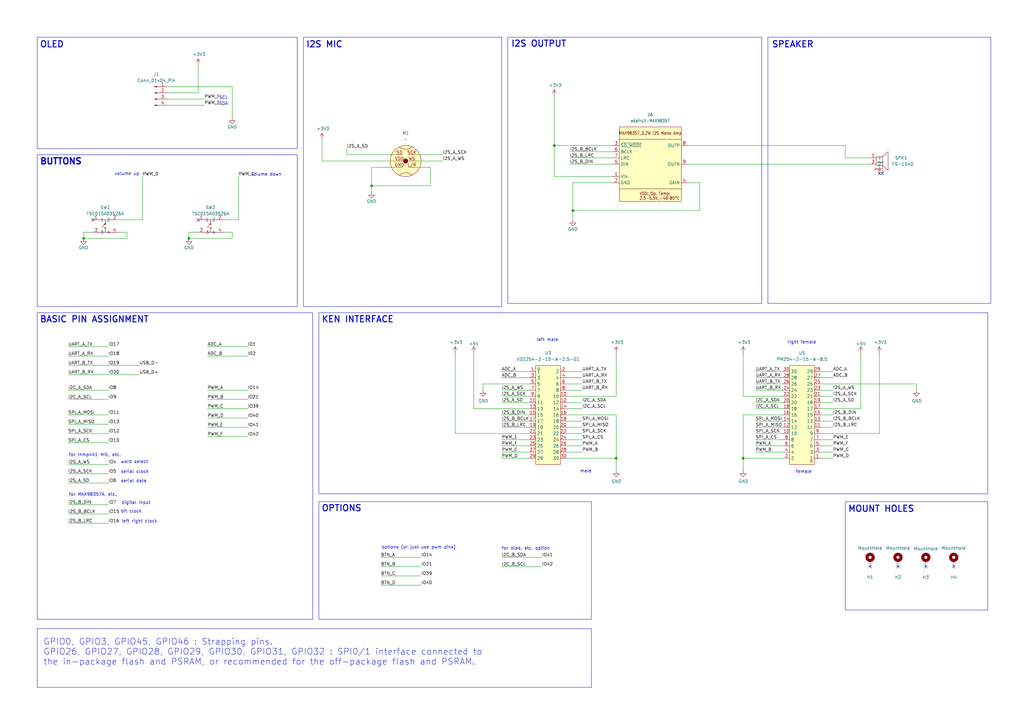
<source format=kicad_sch>
(kicad_sch (version 20250114) (generator "eeschema") (generator_version "9.0")
  (paper "A3")
  (title_block (title "SmartKnob View") (rev "${RELEASE_VERSION}") (company "Scott Bezek") (comment 2 "${COMMIT_DATE_LONG}") (comment 3 "${COMMIT_HASH}"))
  (lib_symbols
    (symbol "Connector:Conn_01x04_Pin" (pin_names (offset 1.016) (hide yes))
      (property "Reference" "J" (at 0 5.08 0))
      (property "Value" "Conn_01x04_Pin" (at 0 -7.62 0))
      (symbol "Conn_01x04_Pin_1_1"
        (rectangle (start 0.8636 2.667) (end 0 2.413) (stroke (width 0.1524)) (fill (type outline)))
        (rectangle (start 0.8636 0.127) (end 0 -0.127) (stroke (width 0.1524)) (fill (type outline)))
        (rectangle (start 0.8636 -2.413) (end 0 -2.667) (stroke (width 0.1524)) (fill (type outline)))
        (rectangle (start 0.8636 -4.953) (end 0 -5.207) (stroke (width 0.1524)) (fill (type outline)))
        (polyline (pts (xy 1.27 2.54) (xy 0.8636 2.54)) (stroke (width 0.1524)))
        (polyline (pts (xy 1.27 0) (xy 0.8636 0)) (stroke (width 0.1524)))
        (polyline (pts (xy 1.27 -2.54) (xy 0.8636 -2.54)) (stroke (width 0.1524)))
        (polyline (pts (xy 1.27 -5.08) (xy 0.8636 -5.08)) (stroke (width 0.1524)))
        (pin passive line (at 5.08 2.54 180) (length 3.81) (name "Pin_1") (number "1"))
        (pin passive line (at 5.08 0 180) (length 3.81) (name "Pin_2") (number "2"))
        (pin passive line (at 5.08 -2.54 180) (length 3.81) (name "Pin_3") (number "3"))
        (pin passive line (at 5.08 -5.08 180) (length 3.81) (name "Pin_4") (number "4"))
      )
    )
    (symbol "FS-1540:FS-1540"
      (property "Reference" "SPK" (at 0 6.35 0))
      (property "Value" "FS-1540" (at 0 -10.16 0))
      (symbol "FS-1540_0_1"
        (polyline (pts (xy -1.27 1.78) (xy -1.27 -1.78)))
        (polyline (pts (xy -1.27 1.78) (xy 1.27 1.78)))
        (polyline (pts (xy -1.27 -1.78) (xy 1.27 -1.78)))
        (polyline (pts (xy 1.27 1.78) (xy 1.27 -1.78)))
        (polyline (pts (xy 1.27 -1.78) (xy 3.56 -3.81)))
        (polyline (pts (xy 3.56 3.81) (xy 1.27 1.78)))
        (polyline (pts (xy 3.56 3.81) (xy 3.56 -3.81)))
        (pin unspecified line (at -3.81 1.27 0) (length 2.54) (name "+") (number "1"))
        (pin unspecified line (at -3.81 -1.27 0) (length 2.54) (name "2") (number "2"))
        (pin unspecified line (at 0 -5.08 90) (length 3.302) (name "3") (number "3"))
        (pin unspecified line (at 1.27 -5.08 90) (length 3.302) (name "4") (number "4"))
      )
    )
    (symbol "Mechanical:MountingHole_Pad" (pin_numbers (hide yes)) (pin_names (offset 1.016) (hide yes))
      (property "Reference" "H" (at 0 6.35 0))
      (property "Value" "MountingHole_Pad" (at 0 4.445 0))
      (symbol "MountingHole_Pad_0_1"
        (circle (center 0 1.27) (radius 1.27) (stroke (width 1.27)))
      )
      (symbol "MountingHole_Pad_1_1"
        (pin input line (at 0 -2.54 90) (length 2.54) (name "1") (number "1"))
      )
    )
    (symbol "PM254-2-15-W-8.5:PM254-2-15-W-8.5"
      (property "Reference" "U" (at 0 22.86 0))
      (property "Value" "PM254-2-15-W-8.5" (at 0 -22.86 0))
      (symbol "PM254-2-15-W-8.5_0_1"
        (rectangle (start -5.08 20.32) (end 5.08 -20.32) (fill (type background)))
        (circle (center -3.81 19.05) (radius 0.38))
        (pin unspecified line (at -7.62 17.78 0) (length 2.54) (name "1") (number "1"))
        (pin unspecified line (at -7.62 15.24 0) (length 2.54) (name "3") (number "3"))
        (pin unspecified line (at -7.62 12.7 0) (length 2.54) (name "5") (number "5"))
        (pin unspecified line (at -7.62 10.16 0) (length 2.54) (name "7") (number "7"))
        (pin unspecified line (at -7.62 7.62 0) (length 2.54) (name "9") (number "9"))
        (pin unspecified line (at -7.62 5.08 0) (length 2.54) (name "11") (number "11"))
        (pin unspecified line (at -7.62 2.54 0) (length 2.54) (name "13") (number "13"))
        (pin unspecified line (at -7.62 0 0) (length 2.54) (name "15") (number "15"))
        (pin unspecified line (at -7.62 -2.54 0) (length 2.54) (name "17") (number "17"))
        (pin unspecified line (at -7.62 -5.08 0) (length 2.54) (name "19") (number "19"))
        (pin unspecified line (at -7.62 -7.62 0) (length 2.54) (name "21") (number "21"))
        (pin unspecified line (at -7.62 -10.16 0) (length 2.54) (name "23") (number "23"))
        (pin unspecified line (at -7.62 -12.7 0) (length 2.54) (name "25") (number "25"))
        (pin unspecified line (at -7.62 -15.24 0) (length 2.54) (name "27") (number "27"))
        (pin unspecified line (at -7.62 -17.78 0) (length 2.54) (name "29") (number "29"))
        (pin unspecified line (at 7.62 17.78 180) (length 2.54) (name "2") (number "2"))
        (pin unspecified line (at 7.62 15.24 180) (length 2.54) (name "4") (number "4"))
        (pin unspecified line (at 7.62 12.7 180) (length 2.54) (name "6") (number "6"))
        (pin unspecified line (at 7.62 10.16 180) (length 2.54) (name "8") (number "8"))
        (pin unspecified line (at 7.62 7.62 180) (length 2.54) (name "10") (number "10"))
        (pin unspecified line (at 7.62 5.08 180) (length 2.54) (name "12") (number "12"))
        (pin unspecified line (at 7.62 2.54 180) (length 2.54) (name "14") (number "14"))
        (pin unspecified line (at 7.62 0 180) (length 2.54) (name "16") (number "16"))
        (pin unspecified line (at 7.62 -2.54 180) (length 2.54) (name "18") (number "18"))
        (pin unspecified line (at 7.62 -5.08 180) (length 2.54) (name "20") (number "20"))
        (pin unspecified line (at 7.62 -7.62 180) (length 2.54) (name "22") (number "22"))
        (pin unspecified line (at 7.62 -10.16 180) (length 2.54) (name "24") (number "24"))
        (pin unspecified line (at 7.62 -12.7 180) (length 2.54) (name "26") (number "26"))
        (pin unspecified line (at 7.62 -15.24 180) (length 2.54) (name "28") (number "28"))
        (pin unspecified line (at 7.62 -17.78 180) (length 2.54) (name "30") (number "30"))
      )
    )
    (symbol "TSC015A03526A:TSC015A03526A"
      (property "Reference" "SW" (at 0 7.62 0))
      (property "Value" "TSC015A03526A" (at 0 -7.62 0))
      (symbol "TSC015A03526A_0_1"
        (polyline (pts (xy -2.54 2.54) (xy 2.54 2.54)))
        (polyline (pts (xy -2.54 -2.54) (xy 2.54 -2.54)))
        (polyline (pts (xy -1.27 -0.76) (xy -0.25 1.02)))
        (polyline (pts (xy 0 2.54) (xy 0 1.52)))
        (polyline (pts (xy 0 1.52) (xy 0 0.76)))
        (circle (center 0 0.76) (radius 0.25))
        (circle (center 0 -0.76) (radius 0.25))
        (polyline (pts (xy 0 -2.54) (xy 0 -0.76)))
        (pin unspecified line (at -5.08 2.54 0) (length 2.54) (name "1") (number "1"))
        (pin unspecified line (at -5.08 -2.54 0) (length 2.54) (name "3") (number "3"))
        (pin unspecified line (at 5.08 2.54 180) (length 2.54) (name "2") (number "2"))
        (pin unspecified line (at 5.08 -2.54 180) (length 2.54) (name "4") (number "4"))
      )
    )
    (symbol "XDZ254-2-15-W-2.5-G1:XDZ254-2-15-W-2.5-G1"
      (property "Reference" "U" (at 0 22.86 0))
      (property "Value" "XDZ254-2-15-W-2.5-G1" (at 0 -22.86 0))
      (symbol "XDZ254-2-15-W-2.5-G1_0_1"
        (rectangle (start -5.08 20.32) (end 5.08 -20.32) (fill (type background)))
        (circle (center -3.81 19.05) (radius 0.38))
        (pin unspecified line (at -7.62 17.78 0) (length 2.54) (name "1") (number "1"))
        (pin unspecified line (at -7.62 15.24 0) (length 2.54) (name "3") (number "3"))
        (pin unspecified line (at -7.62 12.7 0) (length 2.54) (name "5") (number "5"))
        (pin unspecified line (at -7.62 10.16 0) (length 2.54) (name "7") (number "7"))
        (pin unspecified line (at -7.62 7.62 0) (length 2.54) (name "9") (number "9"))
        (pin unspecified line (at -7.62 5.08 0) (length 2.54) (name "11") (number "11"))
        (pin unspecified line (at -7.62 2.54 0) (length 2.54) (name "13") (number "13"))
        (pin unspecified line (at -7.62 0 0) (length 2.54) (name "15") (number "15"))
        (pin unspecified line (at -7.62 -2.54 0) (length 2.54) (name "17") (number "17"))
        (pin unspecified line (at -7.62 -5.08 0) (length 2.54) (name "19") (number "19"))
        (pin unspecified line (at -7.62 -7.62 0) (length 2.54) (name "21") (number "21"))
        (pin unspecified line (at -7.62 -10.16 0) (length 2.54) (name "23") (number "23"))
        (pin unspecified line (at -7.62 -12.7 0) (length 2.54) (name "25") (number "25"))
        (pin unspecified line (at -7.62 -15.24 0) (length 2.54) (name "27") (number "27"))
        (pin unspecified line (at -7.62 -17.78 0) (length 2.54) (name "29") (number "29"))
        (pin unspecified line (at 7.62 17.78 180) (length 2.54) (name "2") (number "2"))
        (pin unspecified line (at 7.62 15.24 180) (length 2.54) (name "4") (number "4"))
        (pin unspecified line (at 7.62 12.7 180) (length 2.54) (name "6") (number "6"))
        (pin unspecified line (at 7.62 10.16 180) (length 2.54) (name "8") (number "8"))
        (pin unspecified line (at 7.62 7.62 180) (length 2.54) (name "10") (number "10"))
        (pin unspecified line (at 7.62 5.08 180) (length 2.54) (name "12") (number "12"))
        (pin unspecified line (at 7.62 2.54 180) (length 2.54) (name "14") (number "14"))
        (pin unspecified line (at 7.62 0 180) (length 2.54) (name "16") (number "16"))
        (pin unspecified line (at 7.62 -2.54 180) (length 2.54) (name "18") (number "18"))
        (pin unspecified line (at 7.62 -5.08 180) (length 2.54) (name "20") (number "20"))
        (pin unspecified line (at 7.62 -7.62 180) (length 2.54) (name "22") (number "22"))
        (pin unspecified line (at 7.62 -10.16 180) (length 2.54) (name "24") (number "24"))
        (pin unspecified line (at 7.62 -12.7 180) (length 2.54) (name "26") (number "26"))
        (pin unspecified line (at 7.62 -15.24 180) (length 2.54) (name "28") (number "28"))
        (pin unspecified line (at 7.62 -17.78 180) (length 2.54) (name "30") (number "30"))
      )
    )
    (symbol "adafruit-MAX98357:adafruit-MAX98357"
      (property "Reference" "U" (at -12.7 15.875 0))
      (property "Value" "adafruit-MAX98357" (at -12.7 -17.78 0))
      (symbol "adafruit-MAX98357_0_1"
        (rectangle (start -12.7 15.24) (end 12.7 -15.24) (fill (type background)))
      )
      (symbol "adafruit-MAX98357_1_0"
        (polyline (pts (xy -12.7 10.16) (xy 12.7 10.16)))
        (polyline (pts (xy 12.7 -10.16) (xy -12.7 -10.16)))
        (text "VDD:_Op. Temp:" (at -4.445 -12.065 0) (effects (font (size 1.27 1.0795)) (justify left)))
        (text "2.5-5.5V_-40~85°C" (at -4.445 -13.97 0) (effects (font (size 1.27 1.0795)) (justify left)))
        (text "MAX98357_3.2W I2S Mono Amp" (at 0 12.7 0) (effects (font (size 1.27 1.0795))))
        (pin bidirectional line (at -15.24 7.62 0) (length 2.54) (name "~{SD_MODE}") (number "3"))
        (pin bidirectional line (at -15.24 5.08 0) (length 2.54) (name "BCLK") (number "6"))
        (pin bidirectional line (at -15.24 2.54 0) (length 2.54) (name "LRC") (number "7"))
        (pin bidirectional line (at -15.24 0 0) (length 2.54) (name "DIN") (number "5"))
        (pin power_in line (at -15.24 -5.08 0) (length 2.54) (name "Vin") (number "1"))
        (pin power_in line (at -15.24 -7.62 0) (length 2.54) (name "GND") (number "2"))
        (pin output line (at 15.24 7.62 180) (length 2.54) (name "OUTP") (number "8"))
        (pin output line (at 15.24 0 180) (length 2.54) (name "OUTN") (number "9"))
        (pin bidirectional line (at 15.24 -7.62 180) (length 2.54) (name "GAIN") (number "4"))
      )
    )
    (symbol "inmp441_microphone_i2s:INMP441_Microphone_I2S"
      (property "Reference" "M" (at 0 12.7 0))
      (symbol "INMP441_Microphone_I2S_1_1"
        (arc (start -5.75 2.54) (mid -4.8513 0) (end -5.75 -2.54))
        (circle (center 0 0) (radius 0.9) (fill (type outline)))
        (circle (center 0 0) (radius 6.35) (fill (type background)))
        (arc (start 5.75 -2.54) (mid 4.8513 0) (end 5.75 2.54))
        (pin bidirectional line (at -2.54 3.81 270) (length 2.54) (name "") (number "GND"))
        (pin bidirectional line (at -2.54 -3.81 90) (length 2.54) (name "") (number "L/R"))
        (pin bidirectional line (at 0 3.81 270) (length 2.54) (name "") (number "VDD"))
        (pin power_in line (at 0 -3.81 90) (length 2.54) (name "") (number "WS"))
        (pin input line (at 2.54 3.81 270) (length 2.54) (name "") (number "SD"))
        (pin power_in line (at 2.54 -3.81 90) (length 2.54) (name "") (number "SCK"))
      )
    )
    (symbol "power:+3.3V" (power) (pin_names (offset 0))
      (property "Value" "+3.3V" (at 0 3.556 0))
      (symbol "+3.3V_0_1"
        (polyline (pts (xy -0.762 1.27) (xy 0 2.54)))
        (polyline (pts (xy 0 2.54) (xy 0.762 1.27)))
        (polyline (pts (xy 0 0) (xy 0 2.54)))
      )
      (symbol "+3.3V_1_1"
        (pin power_in line (at 0 0 90) (length 0) (hide yes) (name "+3V3") (number "1"))
      )
    )
    (symbol "power:+5V" (power) (pin_names (offset 0))
      (property "Value" "+5V" (at 0 3.556 0))
      (symbol "+5V_0_1"
        (polyline (pts (xy -0.762 1.27) (xy 0 2.54)))
        (polyline (pts (xy 0 2.54) (xy 0.762 1.27)))
        (polyline (pts (xy 0 0) (xy 0 2.54)))
      )
      (symbol "+5V_1_1"
        (pin power_in line (at 0 0 90) (length 0) (hide yes) (name "+5V") (number "1"))
      )
    )
    (symbol "power:GND" (power) (pin_names (offset 0))
      (property "Value" "GND" (at 0 -3.81 0))
      (symbol "GND_0_1"
        (polyline (pts (xy 0 0) (xy 0 -1.27) (xy 1.27 -1.27) (xy 0 -2.54) (xy -1.27 -1.27) (xy 0 -1.27)))
      )
      (symbol "GND_1_1"
        (pin power_in line (at 0 0 270) (length 0) (hide yes) (name "GND") (number "1"))
      )
    )
  )
  (rectangle (start 208.28 15.24) (end 312.42 124.46))
  (rectangle (start 15.24 63.5) (end 121.92 125.73))
  (rectangle (start 346.71 205.74) (end 405.13 250.19))
  (rectangle (start 15.24 15.24) (end 121.92 60.96))
  (rectangle (start 15.24 257.81) (end 242.57 281.94))
  (rectangle (start 130.81 128.27) (end 405.13 202.565))
  (rectangle (start 130.81 205.74) (end 242.57 254))
  (rectangle (start 124.46 15.24) (end 205.74 125.73))
  (rectangle (start 15.24 128.27) (end 128.27 254))
  (rectangle (start 314.96 15.24) (end 406.4 124.46))
  (text "OLED" (at 16.256 19.812 0) (effects (font (size 2.54 2.54) (thickness 0.4013) (bold yes)) (justify left bottom)))
  (text "for MAX98357A, etc." (at 28.194 202.946 0) (effects (font (size 1.27 1.27)) (justify left)))
  (text "KEN INTERFACE" (at 131.826 132.588 0) (effects (font (size 2.54 2.54) (thickness 0.4013) (bold yes)) (justify left bottom)))
  (text "GPIO0, GPIO3, GPIO45, GPIO46 : Strapping pins.\nGPIO26, GPIO27, GPIO28, GPIO29, GPIO30, GPIO31, GPIO32 : SPI0/1 interface connected to\nthe in-package flash and PSRAM, or recommended for the off-package flash and PSRAM." (at 17.78 261.874 0) (effects (font (size 2.54 2.54)) (justify left top)))
  (text "MOUNT HOLES" (at 347.726 210.312 0) (effects (font (size 2.54 2.54) (thickness 0.4013) (bold yes)) (justify left bottom)))
  (text "right female" (at 328.93 140.462 0) (effects (font (size 1.27 1.27))))
  (text "SDA" (at 91.694 42.672 0) (effects (font (size 1.27 1.27))))
  (text "female" (at 329.692 193.548 0) (effects (font (size 1.27 1.27))))
  (text "word select" (at 49.53 190.246 0) (effects (font (size 1.27 1.27)) (justify left bottom)))
  (text "BASIC PIN ASSIGNMENT" (at 16.256 132.588 0) (effects (font (size 2.54 2.54) (thickness 0.4013) (bold yes)) (justify left bottom)))
  (text "male" (at 240.284 193.294 0) (effects (font (size 1.27 1.27))))
  (text "serial clock" (at 49.53 194.31 0) (effects (font (size 1.27 1.27)) (justify left bottom)))
  (text "volume down" (at 109.22 71.628 0) (effects (font (size 1.27 1.27))))
  (text "SPEAKER" (at 316.484 19.812 0) (effects (font (size 2.54 2.54) (thickness 0.4013) (bold yes)) (justify left bottom)))
  (text "left right clock" (at 49.784 214.63 0) (effects (font (size 1.27 1.27)) (justify left bottom)))
  (text "bit clock" (at 49.53 210.566 0) (effects (font (size 1.27 1.27)) (justify left bottom)))
  (text "left male" (at 224.536 139.446 0) (effects (font (size 1.27 1.27))))
  (text "I2S MIC" (at 125.476 19.812 0) (effects (font (size 2.54 2.54) (thickness 0.4013) (bold yes)) (justify left bottom)))
  (text "OPTIONS" (at 131.826 210.058 0) (effects (font (size 2.54 2.54) (thickness 0.4013) (bold yes)) (justify left bottom)))
  (text "BUTTONS" (at 16.256 67.818 0) (effects (font (size 2.54 2.54) (thickness 0.508) (bold yes)) (justify left bottom)))
  (text "options (or just use pwm pins)" (at 156.464 225.298 0) (effects (font (size 1.27 1.27)) (justify left bottom)))
  (text "volume up" (at 52.07 71.374 0) (effects (font (size 1.27 1.27))))
  (text "SCL" (at 91.694 40.132 0) (effects (font (size 1.27 1.27))))
  (text "digital input" (at 49.784 207.01 0) (effects (font (size 1.27 1.27)) (justify left bottom)))
  (text "serial data" (at 49.53 198.12 0) (effects (font (size 1.27 1.27)) (justify left bottom)))
  (text "I2S OUTPUT" (at 209.55 19.558 0) (effects (font (size 2.54 2.54) (thickness 0.4013) (bold yes)) (justify left bottom)))
  (text "for oled, etc. option" (at 205.74 224.282 0) (effects (font (size 1.27 1.27)) (justify left top)))
  (text "for inmp441 mic, etc." (at 28.194 185.928 0) (effects (font (size 1.27 1.27)) (justify left top)))
  (junction (at 252.73 187.96))
  (junction (at 77.47 97.79))
  (junction (at 34.29 97.79))
  (junction (at 152.4 76.2))
  (junction (at 227.33 59.69))
  (junction (at 234.95 86.36))
  (junction (at 304.8 187.96))
  (no_connect (at 368.3 232.41))
  (no_connect (at 360.68 71.12))
  (no_connect (at 361.95 71.12))
  (no_connect (at 81.28 90.17))
  (no_connect (at 356.87 232.41))
  (no_connect (at 391.16 232.41))
  (no_connect (at 379.73 232.41))
  (no_connect (at 38.1 90.17))
  (wire (pts (xy 170.18 63.5) (xy 181.61 63.5)))
  (wire (pts (xy 252.73 170.18) (xy 232.41 170.18)))
  (wire (pts (xy 252.73 187.96) (xy 252.73 193.04)))
  (wire (pts (xy 186.69 144.78) (xy 186.69 177.8)))
  (wire (pts (xy 142.24 63.5) (xy 142.24 60.96)))
  (wire (pts (xy 27.94 149.86) (xy 57.15 149.86)))
  (wire (pts (xy 156.21 240.03) (xy 172.72 240.03)))
  (wire (pts (xy 27.94 181.61) (xy 44.45 181.61)))
  (wire (pts (xy 77.47 95.25) (xy 77.47 97.79)))
  (wire (pts (xy 217.17 162.56) (xy 205.74 162.56)))
  (wire (pts (xy 238.76 177.8) (xy 232.41 177.8)))
  (wire (pts (xy 58.42 72.39) (xy 58.42 90.17)))
  (wire (pts (xy 309.88 177.8) (xy 321.31 177.8)))
  (wire (pts (xy 68.58 38.1) (xy 81.28 38.1)))
  (wire (pts (xy 198.12 157.48) (xy 198.12 160.02)))
  (wire (pts (xy 309.88 180.34) (xy 321.31 180.34)))
  (wire (pts (xy 34.29 95.25) (xy 34.29 97.79)))
  (wire (pts (xy 233.68 62.23) (xy 251.46 62.23)))
  (wire (pts (xy 91.44 90.17) (xy 97.79 90.17)))
  (wire (pts (xy 68.58 43.18) (xy 83.82 43.18)))
  (wire (pts (xy 152.4 76.2) (xy 176.53 76.2)))
  (wire (pts (xy 287.02 86.36) (xy 234.95 86.36)))
  (wire (pts (xy 217.17 187.96) (xy 205.74 187.96)))
  (wire (pts (xy 176.53 76.2) (xy 176.53 68.58)))
  (wire (pts (xy 336.55 170.18) (xy 341.63 170.18)))
  (wire (pts (xy 238.76 172.72) (xy 232.41 172.72)))
  (wire (pts (xy 97.79 72.39) (xy 97.79 90.17)))
  (wire (pts (xy 217.17 182.88) (xy 205.74 182.88)))
  (wire (pts (xy 27.94 146.05) (xy 44.45 146.05)))
  (wire (pts (xy 68.58 35.56) (xy 95.25 35.56)))
  (wire (pts (xy 176.53 68.58) (xy 170.18 68.58)))
  (wire (pts (xy 336.55 185.42) (xy 341.63 185.42)))
  (wire (pts (xy 85.09 167.64) (xy 101.6 167.64)))
  (wire (pts (xy 321.31 187.96) (xy 304.8 187.96)))
  (wire (pts (xy 309.88 157.48) (xy 321.31 157.48)))
  (wire (pts (xy 309.88 182.88) (xy 321.31 182.88)))
  (wire (pts (xy 304.8 187.96) (xy 304.8 193.04)))
  (wire (pts (xy 85.09 160.02) (xy 101.6 160.02)))
  (wire (pts (xy 304.8 162.56) (xy 321.31 162.56)))
  (wire (pts (xy 336.55 157.48) (xy 375.92 157.48)))
  (wire (pts (xy 48.26 90.17) (xy 58.42 90.17)))
  (wire (pts (xy 281.94 59.69) (xy 346.71 59.69)))
  (wire (pts (xy 217.17 157.48) (xy 198.12 157.48)))
  (wire (pts (xy 217.17 160.02) (xy 205.74 160.02)))
  (wire (pts (xy 287.02 74.93) (xy 287.02 86.36)))
  (wire (pts (xy 309.88 154.94) (xy 321.31 154.94)))
  (wire (pts (xy 309.88 172.72) (xy 321.31 172.72)))
  (wire (pts (xy 27.94 170.18) (xy 44.45 170.18)))
  (wire (pts (xy 336.55 162.56) (xy 341.63 162.56)))
  (wire (pts (xy 238.76 165.1) (xy 232.41 165.1)))
  (wire (pts (xy 309.88 185.42) (xy 321.31 185.42)))
  (wire (pts (xy 156.21 236.22) (xy 172.72 236.22)))
  (wire (pts (xy 52.07 97.79) (xy 34.29 97.79)))
  (wire (pts (xy 238.76 167.64) (xy 232.41 167.64)))
  (wire (pts (xy 233.68 67.31) (xy 251.46 67.31)))
  (wire (pts (xy 360.68 177.8) (xy 336.55 177.8)))
  (wire (pts (xy 336.55 165.1) (xy 341.63 165.1)))
  (wire (pts (xy 336.55 160.02) (xy 341.63 160.02)))
  (wire (pts (xy 170.18 66.04) (xy 181.61 66.04)))
  (wire (pts (xy 194.31 144.78) (xy 194.31 167.64)))
  (wire (pts (xy 95.25 35.56) (xy 95.25 48.26)))
  (wire (pts (xy 346.71 64.77) (xy 356.87 64.77)))
  (wire (pts (xy 238.76 160.02) (xy 232.41 160.02)))
  (wire (pts (xy 217.17 175.26) (xy 205.74 175.26)))
  (wire (pts (xy 27.94 173.99) (xy 44.45 173.99)))
  (wire (pts (xy 336.55 172.72) (xy 341.63 172.72)))
  (wire (pts (xy 205.74 228.6) (xy 222.25 228.6)))
  (wire (pts (xy 309.88 167.64) (xy 321.31 167.64)))
  (wire (pts (xy 162.56 68.58) (xy 152.4 68.58)))
  (wire (pts (xy 217.17 154.94) (xy 205.74 154.94)))
  (wire (pts (xy 353.06 167.64) (xy 336.55 167.64)))
  (wire (pts (xy 217.17 165.1) (xy 205.74 165.1)))
  (wire (pts (xy 309.88 175.26) (xy 321.31 175.26)))
  (wire (pts (xy 309.88 160.02) (xy 321.31 160.02)))
  (wire (pts (xy 44.45 163.83) (xy 27.94 163.83)))
  (wire (pts (xy 336.55 187.96) (xy 341.63 187.96)))
  (wire (pts (xy 227.33 39.37) (xy 227.33 59.69)))
  (wire (pts (xy 234.95 74.93) (xy 234.95 86.36)))
  (wire (pts (xy 217.17 172.72) (xy 205.74 172.72)))
  (wire (pts (xy 252.73 144.78) (xy 252.73 162.56)))
  (wire (pts (xy 91.44 95.25) (xy 95.25 95.25)))
  (wire (pts (xy 95.25 95.25) (xy 95.25 97.79)))
  (wire (pts (xy 217.17 152.4) (xy 205.74 152.4)))
  (wire (pts (xy 152.4 76.2) (xy 152.4 78.74)))
  (wire (pts (xy 238.76 182.88) (xy 232.41 182.88)))
  (wire (pts (xy 227.33 72.39) (xy 251.46 72.39)))
  (wire (pts (xy 27.94 207.01) (xy 44.45 207.01)))
  (wire (pts (xy 233.68 64.77) (xy 251.46 64.77)))
  (wire (pts (xy 27.94 210.82) (xy 44.45 210.82)))
  (wire (pts (xy 85.09 179.07) (xy 101.6 179.07)))
  (wire (pts (xy 252.73 170.18) (xy 252.73 187.96)))
  (wire (pts (xy 252.73 187.96) (xy 232.41 187.96)))
  (wire (pts (xy 251.46 74.93) (xy 234.95 74.93)))
  (wire (pts (xy 85.09 163.83) (xy 101.6 163.83)))
  (wire (pts (xy 132.08 66.04) (xy 162.56 66.04)))
  (wire (pts (xy 142.24 63.5) (xy 162.56 63.5)))
  (wire (pts (xy 27.94 190.5) (xy 44.45 190.5)))
  (wire (pts (xy 238.76 154.94) (xy 232.41 154.94)))
  (wire (pts (xy 217.17 185.42) (xy 205.74 185.42)))
  (wire (pts (xy 336.55 152.4) (xy 341.63 152.4)))
  (wire (pts (xy 48.26 95.25) (xy 52.07 95.25)))
  (wire (pts (xy 85.09 175.26) (xy 101.6 175.26)))
  (wire (pts (xy 27.94 198.12) (xy 44.45 198.12)))
  (wire (pts (xy 281.94 74.93) (xy 287.02 74.93)))
  (wire (pts (xy 85.09 146.05) (xy 101.6 146.05)))
  (wire (pts (xy 238.76 152.4) (xy 232.41 152.4)))
  (wire (pts (xy 81.28 95.25) (xy 77.47 95.25)))
  (wire (pts (xy 234.95 86.36) (xy 234.95 90.17)))
  (wire (pts (xy 205.74 232.41) (xy 222.25 232.41)))
  (wire (pts (xy 227.33 59.69) (xy 227.33 72.39)))
  (wire (pts (xy 152.4 68.58) (xy 152.4 76.2)))
  (wire (pts (xy 309.88 152.4) (xy 321.31 152.4)))
  (wire (pts (xy 238.76 175.26) (xy 232.41 175.26)))
  (wire (pts (xy 238.76 185.42) (xy 232.41 185.42)))
  (wire (pts (xy 238.76 180.34) (xy 232.41 180.34)))
  (wire (pts (xy 353.06 144.78) (xy 353.06 167.64)))
  (wire (pts (xy 321.31 170.18) (xy 304.8 170.18)))
  (wire (pts (xy 375.92 157.48) (xy 375.92 160.02)))
  (wire (pts (xy 336.55 182.88) (xy 341.63 182.88)))
  (wire (pts (xy 360.68 144.78) (xy 360.68 177.8)))
  (wire (pts (xy 27.94 160.02) (xy 44.45 160.02)))
  (wire (pts (xy 132.08 57.15) (xy 132.08 66.04)))
  (wire (pts (xy 309.88 165.1) (xy 321.31 165.1)))
  (wire (pts (xy 304.8 144.78) (xy 304.8 162.56)))
  (wire (pts (xy 238.76 157.48) (xy 232.41 157.48)))
  (wire (pts (xy 346.71 59.69) (xy 346.71 64.77)))
  (wire (pts (xy 227.33 59.69) (xy 251.46 59.69)))
  (wire (pts (xy 27.94 142.24) (xy 44.45 142.24)))
  (wire (pts (xy 68.58 40.64) (xy 83.82 40.64)))
  (wire (pts (xy 27.94 194.31) (xy 44.45 194.31)))
  (wire (pts (xy 81.28 38.1) (xy 81.28 26.67)))
  (wire (pts (xy 281.94 67.31) (xy 356.87 67.31)))
  (wire (pts (xy 85.09 142.24) (xy 101.6 142.24)))
  (wire (pts (xy 304.8 170.18) (xy 304.8 187.96)))
  (wire (pts (xy 156.21 228.6) (xy 172.72 228.6)))
  (wire (pts (xy 186.69 177.8) (xy 217.17 177.8)))
  (wire (pts (xy 194.31 167.64) (xy 217.17 167.64)))
  (wire (pts (xy 336.55 154.94) (xy 341.63 154.94)))
  (wire (pts (xy 336.55 175.26) (xy 341.63 175.26)))
  (wire (pts (xy 95.25 97.79) (xy 77.47 97.79)))
  (wire (pts (xy 85.09 171.45) (xy 101.6 171.45)))
  (wire (pts (xy 217.17 170.18) (xy 205.74 170.18)))
  (wire (pts (xy 27.94 214.63) (xy 44.45 214.63)))
  (wire (pts (xy 252.73 162.56) (xy 232.41 162.56)))
  (wire (pts (xy 38.1 95.25) (xy 34.29 95.25)))
  (wire (pts (xy 217.17 180.34) (xy 205.74 180.34)))
  (wire (pts (xy 336.55 180.34) (xy 341.63 180.34)))
  (wire (pts (xy 156.21 232.41) (xy 172.72 232.41)))
  (wire (pts (xy 52.07 95.25) (xy 52.07 97.79)))
  (wire (pts (xy 27.94 177.8) (xy 44.45 177.8)))
  (wire (pts (xy 27.94 153.67) (xy 57.15 153.67)))
  (label "UART_B_RX" (at 238.76 160.02 0))
  (label "PWM_E" (at 205.74 180.34 0))
  (label "I2S_A_WS" (at 27.94 190.5 0))
  (label "ADC_B" (at 85.09 146.05 0))
  (label "BTN_A" (at 156.21 228.6 0))
  (label "UART_B_TX" (at 309.88 157.48 0))
  (label "BTN_D" (at 156.21 240.03 0))
  (label "PWM_D" (at 58.42 72.39 0))
  (label "IO40" (at 101.6 171.45 0))
  (label "IO41" (at 101.6 175.26 0))
  (label "SPI_A_MOSI" (at 238.76 172.72 0))
  (label "PWM_D" (at 85.09 171.45 0))
  (label "IO1" (at 101.6 142.24 0))
  (label "I2S_A_SD" (at 27.94 198.12 0))
  (label "UART_B_RX" (at 27.94 153.67 0))
  (label "ADC_A" (at 205.74 152.4 0))
  (label "UART_A_RX" (at 27.94 146.05 0))
  (label "IO39" (at 101.6 167.64 0))
  (label "I2S_B_LRC" (at 27.94 214.63 0))
  (label "PWM_A" (at 85.09 160.02 0))
  (label "PWM_F" (at 85.09 179.07 0))
  (label "I2S_B_DIN" (at 233.68 67.31 0))
  (label "I2S_B_LRC" (at 205.74 175.26 0))
  (label "I2S_B_LRC" (at 233.68 64.77 0))
  (label "I2S_A_SCK" (at 341.63 162.56 0))
  (label "UART_B_TX" (at 238.76 157.48 0))
  (label "PWM_F" (at 341.63 182.88 0))
  (label "I2S_A_SCK" (at 27.94 194.31 0))
  (label "UART_A_TX" (at 309.88 152.4 0))
  (label "SPI_A_SCK" (at 309.88 177.8 0))
  (label "UART_A_RX" (at 238.76 154.94 0))
  (label "PWM_E" (at 341.63 180.34 0))
  (label "I2S_B_DIN" (at 27.94 207.01 0))
  (label "IO10" (at 44.45 181.61 0))
  (label "I2S_A_WS" (at 181.61 66.04 0))
  (label "PWM_C" (at 341.63 185.42 0))
  (label "ADC_B" (at 341.63 154.94 0))
  (label "IO16" (at 44.45 214.63 0))
  (label "I2S_A_WS" (at 341.63 160.02 0))
  (label "I2C_A_SDA" (at 309.88 165.1 0))
  (label "I2S_A_SCK" (at 181.61 63.5 0))
  (label "PWM_A" (at 309.88 182.88 0))
  (label "PWM_C" (at 85.09 167.64 0))
  (label "IO13" (at 44.45 173.99 0))
  (label "SPI_A_CS" (at 27.94 181.61 0))
  (label "PWM_B" (at 238.76 185.42 0))
  (label "I2S_A_SD" (at 205.74 165.1 0))
  (label "IO5" (at 44.45 194.31 0))
  (label "ADC_B" (at 205.74 154.94 0))
  (label "I2S_A_WS" (at 205.74 160.02 0))
  (label "IO20" (at 44.45 153.67 0))
  (label "IO8" (at 44.45 160.02 0))
  (label "SPI_A_MISO" (at 238.76 175.26 0))
  (label "IO6" (at 44.45 198.12 0))
  (label "I2S_B_BCLK" (at 341.63 172.72 0))
  (label "PWM_C" (at 205.74 185.42 0))
  (label "I2S_B_BCLK" (at 205.74 172.72 0))
  (label "SPI_A_SCK" (at 27.94 177.8 0))
  (label "PWM_E" (at 83.82 43.18 0))
  (label "I2S_A_SCK" (at 205.74 162.56 0))
  (label "USB_D-" (at 57.15 149.86 0))
  (label "PWM_D" (at 341.63 187.96 0))
  (label "IO7" (at 44.45 207.01 0))
  (label "I2S_B_BCLK" (at 233.68 62.23 0))
  (label "PWM_B" (at 85.09 163.83 0))
  (label "BTN_C" (at 156.21 236.22 0))
  (label "IO39" (at 172.72 236.22 0))
  (label "I2S_B_DIN" (at 341.63 170.18 0))
  (label "UART_B_TX" (at 27.94 149.86 0))
  (label "SPI_A_MISO" (at 27.94 173.99 0))
  (label "I2C_A_SCL" (at 309.88 167.64 0))
  (label "IO9" (at 44.45 163.83 0))
  (label "PWM_E" (at 85.09 175.26 0))
  (label "PWM_D" (at 205.74 187.96 0))
  (label "IO18" (at 44.45 146.05 0))
  (label "IO11" (at 44.45 170.18 0))
  (label "I2C_B_SCL" (at 205.74 232.41 0))
  (label "I2S_B_BCLK" (at 27.94 210.82 0))
  (label "I2C_A_SDA" (at 27.94 160.02 0))
  (label "SPI_A_SCK" (at 238.76 177.8 0))
  (label "SPI_A_MOSI" (at 27.94 170.18 0))
  (label "SPI_A_CS" (at 238.76 180.34 0))
  (label "I2S_B_LRC" (at 341.63 175.26 0))
  (label "IO41" (at 222.25 228.6 0))
  (label "SPI_A_MISO" (at 309.88 175.26 0))
  (label "IO15" (at 44.45 210.82 0))
  (label "I2C_A_SCL" (at 238.76 167.64 0))
  (label "SPI_A_CS" (at 309.88 180.34 0))
  (label "UART_A_RX" (at 309.88 154.94 0))
  (label "PWM_B" (at 309.88 185.42 0))
  (label "IO12" (at 44.45 177.8 0))
  (label "UART_B_RX" (at 309.88 160.02 0))
  (label "I2S_A_SD" (at 341.63 165.1 0))
  (label "USB_D+" (at 57.15 153.67 0))
  (label "PWM_A" (at 238.76 182.88 0))
  (label "ADC_A" (at 341.63 152.4 0))
  (label "PWM_F" (at 83.82 40.64 0))
  (label "BTN_B" (at 156.21 232.41 0))
  (label "IO4" (at 44.45 190.5 0))
  (label "IO42" (at 101.6 179.07 0))
  (label "I2C_A_SCL" (at 27.94 163.83 0))
  (label "ADC_A" (at 85.09 142.24 0))
  (label "I2C_A_SDA" (at 238.76 165.1 0))
  (label "PWM_F" (at 205.74 182.88 0))
  (label "IO14" (at 172.72 228.6 0))
  (label "SPI_A_MOSI" (at 309.88 172.72 0))
  (label "I2S_B_DIN" (at 205.74 170.18 0))
  (label "IO2" (at 101.6 146.05 0))
  (label "IO14" (at 101.6 160.02 0))
  (label "IO19" (at 44.45 149.86 0))
  (label "IO21" (at 172.72 232.41 0))
  (label "UART_A_TX" (at 27.94 142.24 0))
  (label "IO21" (at 101.6 163.83 0))
  (label "IO42" (at 222.25 232.41 0))
  (label "IO40" (at 172.72 240.03 0))
  (label "UART_A_TX" (at 238.76 152.4 0))
  (label "PWM_C" (at 97.79 72.39 0))
  (label "I2S_A_SD" (at 142.24 60.96 0))
  (label "IO17" (at 44.45 142.24 0))
  (label "I2C_B_SDA" (at 205.74 228.6 0))
  (symbol (lib_id "Mechanical:MountingHole_Pad") (at 356.87 229.87 0) (unit 1)
    (property "Reference" "H1" (at 356.87 236.728 0))
    (property "Value" "MountHole" (at 356.87 224.79 0))
    (property "Footprint" "MountingHole:MountingHole_3.2mm_M3_DIN965_Pad" (effects (hide yes)))
    (property "Note" "Screw: M2x5 (pan/round); Nut: M2 hex. LCSC min qty 50 (but still very cheap)" (effects (hide yes)))
    (property "LCSC" "C2911210 or C2911532 (screw), C2961595 (nut)" (effects (hide yes)))
  )
  (symbol (lib_id "Mechanical:MountingHole_Pad") (at 368.3 229.87 0) (unit 1)
    (property "Reference" "H2" (at 368.3 236.728 0))
    (property "Value" "MountHole" (at 368.3 224.79 0))
    (property "Footprint" "MountingHole:MountingHole_3.2mm_M3_DIN965_Pad" (effects (hide yes)))
    (property "Note" "Screw: M2x5 (pan/round); Nut: M2 hex. LCSC min qty 50 (but still very cheap)" (effects (hide yes)))
    (property "LCSC" "C2911210 or C2911532 (screw), C2961595 (nut)" (effects (hide yes)))
  )
  (symbol (lib_id "Mechanical:MountingHole_Pad") (at 379.73 229.87 0) (unit 1)
    (property "Reference" "H3" (at 379.73 236.728 0))
    (property "Value" "MountHole" (at 379.73 225.044 0))
    (property "Footprint" "MountingHole:MountingHole_3.2mm_M3_DIN965_Pad" (effects (hide yes)))
    (property "Note" "Screw: M2x5 (pan/round); Nut: M2 hex. LCSC min qty 50 (but still very cheap)" (effects (hide yes)))
    (property "LCSC" "C2911210 or C2911532 (screw), C2961595 (nut)" (effects (hide yes)))
  )
  (symbol (lib_id "Mechanical:MountingHole_Pad") (at 391.16 229.87 0) (unit 1)
    (property "Reference" "H4" (at 391.16 236.728 0))
    (property "Value" "MountHole" (at 391.16 224.79 0))
    (property "Footprint" "MountingHole:MountingHole_3.2mm_M3_DIN965_Pad" (effects (hide yes)))
    (property "Note" "Screw: M2x5 (pan/round); Nut: M2 hex. LCSC min qty 50 (but still very cheap)" (effects (hide yes)))
    (property "LCSC" "C2911210 or C2911532 (screw), C2961595 (nut)" (effects (hide yes)))
  )
  (symbol (lib_id "power:GND") (at 95.25 48.26 0) (unit 1)
    (property "Reference" "#PWR04" (effects (hide yes)))
    (property "Value" "GND" (at 95.25 52.07 0))
  )
  (symbol (lib_id "XDZ254-2-15-W-2.5-G1:XDZ254-2-15-W-2.5-G1") (at 224.79 170.18 0) (unit 1)
    (property "Reference" "U3" (at 224.79 144.78 0))
    (property "Value" "XDZ254-2-15-W-2.5-G1" (at 224.79 147.32 0))
    (property "Footprint" "XDZ254-2-15-W-2.5-G1:HDR-TH_30P-P2.54-H-M-R2-C15-S2.54-N" (effects (hide yes)))
    (property "LCSC Part" "C18905913" (effects (hide yes)))
  )
  (symbol (lib_id "inmp441_microphone_i2s:INMP441_Microphone_I2S") (at 166.37 66.04 90) (unit 1)
    (property "Reference" "M1" (at 166.37 54.61 90))
    (property "Value" "~" (at 166.37 57.15 90))
    (property "Footprint" "inmp441:INMP441_OMNIDIRECTIONAL_MICROPHONE_MODULE" (effects (hide yes)))
  )
  (symbol (lib_id "power:+3.3V") (at 304.8 144.78 0) (unit 1)
    (property "Reference" "#PWR016" (effects (hide yes)))
    (property "Value" "+3V3" (at 305.181 140.3858 0))
  )
  (symbol (lib_id "FS-1540:FS-1540") (at 360.68 66.04 0) (unit 1)
    (property "Reference" "SPK1" (at 367.03 64.77 0) (effects (justify left)))
    (property "Value" "FS-1540" (at 365.76 67.31 0) (effects (justify left)))
    (property "Footprint" "FS-1540:BUZ-SMD_5P-L15.0-W15.0-P13.7-BL" (effects (hide yes)))
    (property "Manufacturer" "FUET(福声科技)" (effects (hide yes)))
    (property "LCSC Part" "C482341" (effects (hide yes)))
    (property "JLC Part" "Extended Part" (effects (hide yes)))
  )
  (symbol (lib_id "power:GND") (at 198.12 160.02 0) (unit 1)
    (property "Reference" "#PWR024" (effects (hide yes)))
    (property "Value" "GND" (at 198.247 164.4142 0))
  )
  (symbol (lib_id "PM254-2-15-W-8.5:PM254-2-15-W-8.5") (at 328.93 170.18 180) (unit 1)
    (property "Reference" "U5" (at 328.93 144.78 0))
    (property "Value" "PM254-2-15-W-8.5" (at 328.93 147.32 0))
    (property "Footprint" "PM254-2-15-W-8.5:HDR-TH_30P-P2.54-H-F-R2-C15-W8.5" (effects (hide yes)))
    (property "LCSC Part" "C2897435" (effects (hide yes)))
  )
  (symbol (lib_id "power:+3.3V") (at 81.28 26.67 0) (unit 1)
    (property "Reference" "#PWR05" (effects (hide yes)))
    (property "Value" "+3V3" (at 81.661 22.2758 0))
  )
  (symbol (lib_id "power:+5V") (at 194.31 144.78 0) (unit 1)
    (property "Reference" "#PWR022" (effects (hide yes)))
    (property "Value" "+5V" (at 194.31 140.97 0))
  )
  (symbol (lib_id "TSC015A03526A:TSC015A03526A") (at 43.18 92.71 0) (unit 1)
    (property "Reference" "SW1" (at 43.18 85.09 0))
    (property "Value" "TSC015A03526A" (at 43.18 87.63 0))
    (property "Footprint" "TSC015A03526A:SW-SMD_4P-L4.5-W4.5-P3.00-LS6.8" (effects (hide yes)))
    (property "LCSC Part" "C2888900" (effects (hide yes)))
  )
  (symbol (lib_id "Connector:Conn_01x04_Pin") (at 63.5 38.1 0) (unit 1)
    (property "Reference" "J1" (at 64.135 30.48 0))
    (property "Value" "Conn_01x04_Pin" (at 64.135 33.02 0))
    (property "Footprint" "oled_128x32:SSD1306-0.91-OLED-4pin-128x32" (effects (hide yes)))
    (property "Description" "Generic connector, single row, 01x04, script generated" (effects (hide yes)))
  )
  (symbol (lib_id "power:+3.3V") (at 360.68 144.78 0) (unit 1)
    (property "Reference" "#PWR018" (effects (hide yes)))
    (property "Value" "+3V3" (at 361.061 140.3858 0))
  )
  (symbol (lib_id "power:GND") (at 152.4 78.74 0) (unit 1)
    (property "Reference" "#PWR03" (effects (hide yes)))
    (property "Value" "GND" (at 152.4 82.55 0))
  )
  (symbol (lib_id "power:+3.3V") (at 252.73 144.78 0) (unit 1)
    (property "Reference" "#PWR020" (effects (hide yes)))
    (property "Value" "+3V3" (at 253.111 140.3858 0))
  )
  (symbol (lib_id "adafruit-MAX98357:adafruit-MAX98357") (at 266.7 67.31 0) (unit 1)
    (property "Reference" "U6" (at 266.7 46.99 0) (effects (font (size 1.27 1.0795))))
    (property "Value" "adafruit-MAX98357" (at 266.7 49.53 0) (effects (font (size 1.27 1.0795))))
    (property "Footprint" "adafruit-MAX98357:adafruit-MAX98357" (effects (hide yes)))
  )
  (symbol (lib_id "power:+3.3V") (at 227.33 39.37 0) (unit 1)
    (property "Reference" "#PWR07" (effects (hide yes)))
    (property "Value" "+3V3" (at 227.711 34.9758 0))
  )
  (symbol (lib_id "power:GND") (at 375.92 160.02 0) (unit 1)
    (property "Reference" "#PWR017" (effects (hide yes)))
    (property "Value" "GND" (at 376.047 164.4142 0))
  )
  (symbol (lib_id "TSC015A03526A:TSC015A03526A") (at 86.36 92.71 0) (unit 1)
    (property "Reference" "SW2" (at 86.36 85.09 0))
    (property "Value" "TSC015A03526A" (at 86.36 87.63 0))
    (property "Footprint" "TSC015A03526A:SW-SMD_4P-L4.5-W4.5-P3.00-LS6.8" (effects (hide yes)))
    (property "LCSC Part" "C2888900" (effects (hide yes)))
  )
  (symbol (lib_id "power:+3.3V") (at 132.08 57.15 0) (unit 1)
    (property "Reference" "#PWR02" (effects (hide yes)))
    (property "Value" "+3V3" (at 132.461 52.7558 0))
  )
  (symbol (lib_id "power:GND") (at 234.95 90.17 0) (unit 1)
    (property "Reference" "#PWR06" (effects (hide yes)))
    (property "Value" "GND" (at 234.95 93.98 0))
  )
  (symbol (lib_id "power:GND") (at 304.8 193.04 0) (unit 1)
    (property "Reference" "#PWR015" (effects (hide yes)))
    (property "Value" "GND" (at 304.927 197.4342 0))
  )
  (symbol (lib_id "power:+3.3V") (at 186.69 144.78 0) (unit 1)
    (property "Reference" "#PWR023" (effects (hide yes)))
    (property "Value" "+3V3" (at 187.071 140.3858 0))
  )
  (symbol (lib_id "power:GND") (at 77.47 97.79 0) (unit 1)
    (property "Reference" "#PWR01" (effects (hide yes)))
    (property "Value" "GND" (at 77.47 101.6 0))
  )
  (symbol (lib_id "power:GND") (at 34.29 97.79 0) (unit 1)
    (property "Reference" "#PWR026" (effects (hide yes)))
    (property "Value" "GND" (at 34.29 101.6 0))
  )
  (symbol (lib_id "power:GND") (at 252.73 193.04 0) (unit 1)
    (property "Reference" "#PWR021" (effects (hide yes)))
    (property "Value" "GND" (at 252.857 197.4342 0))
  )
  (symbol (lib_id "power:+5V") (at 353.06 144.78 0) (unit 1)
    (property "Reference" "#PWR019" (effects (hide yes)))
    (property "Value" "+5V" (at 353.06 140.97 0))
  )
)
</source>
